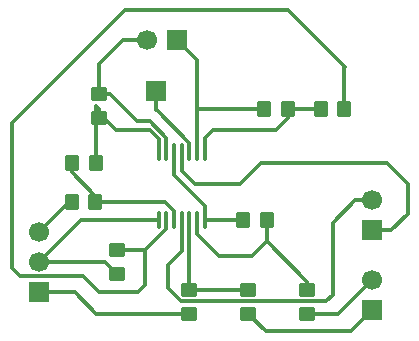
<source format=gbr>
%TF.GenerationSoftware,KiCad,Pcbnew,9.0.3*%
%TF.CreationDate,2025-09-11T10:37:05-04:00*%
%TF.ProjectId,lmv324_breakout,6c6d7633-3234-45f6-9272-65616b6f7574,rev?*%
%TF.SameCoordinates,Original*%
%TF.FileFunction,Copper,L1,Top*%
%TF.FilePolarity,Positive*%
%FSLAX46Y46*%
G04 Gerber Fmt 4.6, Leading zero omitted, Abs format (unit mm)*
G04 Created by KiCad (PCBNEW 9.0.3) date 2025-09-11 10:37:05*
%MOMM*%
%LPD*%
G01*
G04 APERTURE LIST*
G04 Aperture macros list*
%AMRoundRect*
0 Rectangle with rounded corners*
0 $1 Rounding radius*
0 $2 $3 $4 $5 $6 $7 $8 $9 X,Y pos of 4 corners*
0 Add a 4 corners polygon primitive as box body*
4,1,4,$2,$3,$4,$5,$6,$7,$8,$9,$2,$3,0*
0 Add four circle primitives for the rounded corners*
1,1,$1+$1,$2,$3*
1,1,$1+$1,$4,$5*
1,1,$1+$1,$6,$7*
1,1,$1+$1,$8,$9*
0 Add four rect primitives between the rounded corners*
20,1,$1+$1,$2,$3,$4,$5,0*
20,1,$1+$1,$4,$5,$6,$7,0*
20,1,$1+$1,$6,$7,$8,$9,0*
20,1,$1+$1,$8,$9,$2,$3,0*%
G04 Aperture macros list end*
%TA.AperFunction,ComponentPad*%
%ADD10R,1.700000X1.700000*%
%TD*%
%TA.AperFunction,ComponentPad*%
%ADD11C,1.700000*%
%TD*%
%TA.AperFunction,SMDPad,CuDef*%
%ADD12RoundRect,0.100000X-0.100000X0.637500X-0.100000X-0.637500X0.100000X-0.637500X0.100000X0.637500X0*%
%TD*%
%TA.AperFunction,SMDPad,CuDef*%
%ADD13RoundRect,0.250000X0.350000X0.450000X-0.350000X0.450000X-0.350000X-0.450000X0.350000X-0.450000X0*%
%TD*%
%TA.AperFunction,SMDPad,CuDef*%
%ADD14RoundRect,0.250000X-0.350000X-0.450000X0.350000X-0.450000X0.350000X0.450000X-0.350000X0.450000X0*%
%TD*%
%TA.AperFunction,SMDPad,CuDef*%
%ADD15RoundRect,0.250000X-0.450000X0.350000X-0.450000X-0.350000X0.450000X-0.350000X0.450000X0.350000X0*%
%TD*%
%TA.AperFunction,SMDPad,CuDef*%
%ADD16RoundRect,0.250000X0.450000X-0.350000X0.450000X0.350000X-0.450000X0.350000X-0.450000X-0.350000X0*%
%TD*%
%TA.AperFunction,Conductor*%
%ADD17C,0.300000*%
%TD*%
G04 APERTURE END LIST*
D10*
%TO.P,J6,1,Pin_1*%
%TO.N,/IN+*%
X92964000Y-88392000D03*
D11*
%TO.P,J6,2,Pin_2*%
%TO.N,/OUT*%
X92964000Y-85852000D03*
%TO.P,J6,3,Pin_3*%
%TO.N,/VREF*%
X92964000Y-83312000D03*
%TD*%
D10*
%TO.P,J1,1,Pin_1*%
%TO.N,+5V*%
X121158000Y-83173341D03*
D11*
%TO.P,J1,2,Pin_2*%
%TO.N,GND*%
X121158000Y-80633341D03*
%TD*%
D12*
%TO.P,U1,1*%
%TO.N,Net-(R5-Pad1)*%
X107024000Y-76571000D03*
%TO.P,U1,2,-*%
%TO.N,/RGain+*%
X106374000Y-76571000D03*
%TO.P,U1,3,+*%
%TO.N,/IN-*%
X105724000Y-76571000D03*
%TO.P,U1,4,V+*%
%TO.N,+5V*%
X105074000Y-76571000D03*
%TO.P,U1,5,+*%
%TO.N,/V_SENSOR_WITH_DC_OFFSET*%
X104424000Y-76571000D03*
%TO.P,U1,6,-*%
%TO.N,/RGain-*%
X103774000Y-76571000D03*
%TO.P,U1,7*%
%TO.N,Net-(R6-Pad2)*%
X103124000Y-76571000D03*
%TO.P,U1,8*%
%TO.N,/OUT*%
X103124000Y-82296000D03*
%TO.P,U1,9,-*%
%TO.N,Net-(U1C--)*%
X103774000Y-82296000D03*
%TO.P,U1,10,+*%
%TO.N,Net-(U1C-+)*%
X104424000Y-82296000D03*
%TO.P,U1,11,V-*%
%TO.N,GND*%
X105074000Y-82296000D03*
%TO.P,U1,12,+*%
%TO.N,Net-(U1D-+)*%
X105724000Y-82296000D03*
%TO.P,U1,13,-*%
%TO.N,Net-(U1D--)*%
X106374000Y-82296000D03*
%TO.P,U1,14*%
%TO.N,/V_SENSOR_WITH_DC_OFFSET*%
X107024000Y-82296000D03*
%TD*%
D13*
%TO.P,R10,1*%
%TO.N,Net-(U1C-+)*%
X97758000Y-80772000D03*
%TO.P,R10,2*%
%TO.N,/VREF*%
X95758000Y-80772000D03*
%TD*%
D10*
%TO.P,J4,1,Pin_1*%
%TO.N,/RGain+*%
X104648000Y-67056000D03*
D11*
%TO.P,J4,2,Pin_2*%
%TO.N,/RGain-*%
X102108000Y-67056000D03*
%TD*%
D14*
%TO.P,R7,1*%
%TO.N,Net-(R5-Pad1)*%
X116840000Y-72898000D03*
%TO.P,R7,2*%
%TO.N,Net-(U1C--)*%
X118840000Y-72898000D03*
%TD*%
D10*
%TO.P,J2,1,Pin_1*%
%TO.N,/V_{offset+}*%
X121158000Y-89916000D03*
D11*
%TO.P,J2,2,Pin_2*%
%TO.N,/V_{offset-}*%
X121158000Y-87376000D03*
%TD*%
D13*
%TO.P,R8,1*%
%TO.N,Net-(R6-Pad2)*%
X97790000Y-77470000D03*
%TO.P,R8,2*%
%TO.N,Net-(U1C-+)*%
X95790000Y-77470000D03*
%TD*%
D15*
%TO.P,R6,1*%
%TO.N,/RGain-*%
X98044000Y-71644000D03*
%TO.P,R6,2*%
%TO.N,Net-(R6-Pad2)*%
X98044000Y-73644000D03*
%TD*%
D13*
%TO.P,R4,1*%
%TO.N,Net-(U1D--)*%
X112252000Y-82296000D03*
%TO.P,R4,2*%
%TO.N,/V_SENSOR_WITH_DC_OFFSET*%
X110252000Y-82296000D03*
%TD*%
D16*
%TO.P,R2,1*%
%TO.N,/V_{offset+}*%
X110714000Y-90227000D03*
%TO.P,R2,2*%
%TO.N,Net-(U1D-+)*%
X110714000Y-88227000D03*
%TD*%
D10*
%TO.P,J5,1,Pin_1*%
%TO.N,/IN-*%
X102870000Y-71374000D03*
%TD*%
D16*
%TO.P,R3,1*%
%TO.N,/V_{offset-}*%
X115714000Y-90227000D03*
%TO.P,R3,2*%
%TO.N,Net-(U1D--)*%
X115714000Y-88227000D03*
%TD*%
D15*
%TO.P,R9,1*%
%TO.N,Net-(U1C--)*%
X99568000Y-84852000D03*
%TO.P,R9,2*%
%TO.N,/OUT*%
X99568000Y-86852000D03*
%TD*%
D13*
%TO.P,R5,1*%
%TO.N,Net-(R5-Pad1)*%
X114046000Y-72898000D03*
%TO.P,R5,2*%
%TO.N,/RGain+*%
X112046000Y-72898000D03*
%TD*%
D16*
%TO.P,R1,1*%
%TO.N,/IN+*%
X105714000Y-90227000D03*
%TO.P,R1,2*%
%TO.N,Net-(U1D-+)*%
X105714000Y-88227000D03*
%TD*%
D17*
%TO.N,Net-(U1C--)*%
X118872000Y-69342000D02*
X118840000Y-69374000D01*
X114046000Y-64516000D02*
X118872000Y-69342000D01*
X100224101Y-64516000D02*
X114046000Y-64516000D01*
X96705000Y-87053000D02*
X91371000Y-87053000D01*
X90678000Y-86360000D02*
X90678000Y-74062101D01*
X101346000Y-88392000D02*
X98044000Y-88392000D01*
X118840000Y-69374000D02*
X118840000Y-72898000D01*
X90678000Y-74062101D02*
X100224101Y-64516000D01*
X101955499Y-87782501D02*
X101346000Y-88392000D01*
X98044000Y-88392000D02*
X96705000Y-87053000D01*
X91371000Y-87053000D02*
X90678000Y-86360000D01*
X101955499Y-84852000D02*
X101955499Y-87782501D01*
%TO.N,/VREF*%
X92964000Y-83312000D02*
X95504000Y-80772000D01*
X95504000Y-80772000D02*
X95758000Y-80772000D01*
%TO.N,/OUT*%
X98568000Y-85852000D02*
X92964000Y-85852000D01*
X99568000Y-86852000D02*
X98568000Y-85852000D01*
X96520000Y-82296000D02*
X103124000Y-82296000D01*
%TO.N,/IN+*%
X97847000Y-90227000D02*
X105714000Y-90227000D01*
X96012000Y-88392000D02*
X97847000Y-90227000D01*
%TO.N,/OUT*%
X92964000Y-85852000D02*
X96520000Y-82296000D01*
%TO.N,/IN+*%
X92964000Y-88392000D02*
X96012000Y-88392000D01*
%TO.N,/V_{offset+}*%
X112181000Y-91694000D02*
X110714000Y-90227000D01*
X119380000Y-91694000D02*
X112181000Y-91694000D01*
X121158000Y-89916000D02*
X119380000Y-91694000D01*
%TO.N,/V_{offset-}*%
X118307000Y-90227000D02*
X115714000Y-90227000D01*
X121158000Y-87376000D02*
X118307000Y-90227000D01*
%TO.N,/V_SENSOR_WITH_DC_OFFSET*%
X104424000Y-78516000D02*
X104424000Y-76571000D01*
X107024000Y-81116000D02*
X104424000Y-78516000D01*
X107024000Y-82296000D02*
X107024000Y-81116000D01*
%TO.N,+5V*%
X105074000Y-78150000D02*
X105074000Y-76571000D01*
X111760000Y-77470000D02*
X109982000Y-79248000D01*
X122428000Y-77470000D02*
X111760000Y-77470000D01*
X124206000Y-79248000D02*
X122428000Y-77470000D01*
X124206000Y-81788000D02*
X124206000Y-79248000D01*
X109982000Y-79248000D02*
X106172000Y-79248000D01*
X122820659Y-83173341D02*
X124206000Y-81788000D01*
X106172000Y-79248000D02*
X105074000Y-78150000D01*
X121158000Y-83173341D02*
X122820659Y-83173341D01*
%TO.N,GND*%
X105074000Y-84918000D02*
X105074000Y-82296000D01*
X103886000Y-88055870D02*
X103886000Y-86106000D01*
X117324000Y-89178000D02*
X105008130Y-89178000D01*
X105008130Y-89178000D02*
X103886000Y-88055870D01*
X117856000Y-88646000D02*
X117324000Y-89178000D01*
X119772659Y-80633341D02*
X117856000Y-82550000D01*
X117856000Y-82550000D02*
X117856000Y-88646000D01*
X121271320Y-80633341D02*
X119772659Y-80633341D01*
X103886000Y-86106000D02*
X105074000Y-84918000D01*
%TO.N,Net-(U1D--)*%
X115714000Y-87552000D02*
X112252000Y-84090000D01*
X115714000Y-88227000D02*
X115714000Y-87552000D01*
X108204000Y-85344000D02*
X106374000Y-83514000D01*
X110998000Y-85344000D02*
X108204000Y-85344000D01*
X112252000Y-84090000D02*
X110998000Y-85344000D01*
X112252000Y-82296000D02*
X112252000Y-84090000D01*
X106374000Y-83514000D02*
X106374000Y-82296000D01*
%TO.N,Net-(U1D-+)*%
X105714000Y-82306000D02*
X105724000Y-82296000D01*
X105714000Y-88227000D02*
X105714000Y-82306000D01*
%TO.N,/V_SENSOR_WITH_DC_OFFSET*%
X107024000Y-82296000D02*
X110252000Y-82296000D01*
%TO.N,Net-(U1C--)*%
X103774000Y-83033499D02*
X103774000Y-82296000D01*
X99568000Y-84852000D02*
X101955499Y-84852000D01*
X101955499Y-84852000D02*
X103774000Y-83033499D01*
%TO.N,/RGain-*%
X98044000Y-69088000D02*
X98044000Y-71644000D01*
X100076000Y-67056000D02*
X98044000Y-69088000D01*
X102108000Y-67056000D02*
X100076000Y-67056000D01*
%TO.N,/RGain+*%
X106374000Y-68782000D02*
X104648000Y-67056000D01*
X106374000Y-72898000D02*
X106374000Y-68782000D01*
%TO.N,/IN-*%
X105724000Y-75752000D02*
X105724000Y-76571000D01*
X102972000Y-73000000D02*
X105724000Y-75752000D01*
X102870000Y-71374000D02*
X102920000Y-71424000D01*
X102920000Y-71424000D02*
X102920000Y-73000000D01*
X102920000Y-73000000D02*
X102972000Y-73000000D01*
%TO.N,/RGain-*%
X98044000Y-71644000D02*
X99024000Y-71644000D01*
X100685000Y-73305000D02*
X101294000Y-73914000D01*
X99024000Y-71644000D02*
X100685000Y-73305000D01*
%TO.N,Net-(R6-Pad2)*%
X97840000Y-72644000D02*
X98044000Y-72848000D01*
X98044000Y-72848000D02*
X98044000Y-73644000D01*
%TO.N,Net-(U1C-+)*%
X104424000Y-81558501D02*
X104424000Y-82296000D01*
X103637499Y-80772000D02*
X104424000Y-81558501D01*
X97758000Y-80772000D02*
X103637499Y-80772000D01*
X95790000Y-78264000D02*
X95790000Y-77470000D01*
X97758000Y-80232000D02*
X95790000Y-78264000D01*
X97758000Y-80772000D02*
X97758000Y-80232000D01*
%TO.N,Net-(R6-Pad2)*%
X97790000Y-72694000D02*
X97840000Y-72644000D01*
X97790000Y-77470000D02*
X97790000Y-72694000D01*
%TO.N,Net-(R5-Pad1)*%
X107024000Y-75348000D02*
X107024000Y-76571000D01*
X107696000Y-74676000D02*
X107024000Y-75348000D01*
X114046000Y-73660000D02*
X113030000Y-74676000D01*
X113030000Y-74676000D02*
X107696000Y-74676000D01*
X114046000Y-72898000D02*
X114046000Y-73660000D01*
X114046000Y-72898000D02*
X116840000Y-72898000D01*
%TO.N,/RGain+*%
X106374000Y-76571000D02*
X106374000Y-72898000D01*
X112046000Y-72898000D02*
X106374000Y-72898000D01*
%TO.N,/RGain-*%
X103774000Y-75326000D02*
X103774000Y-76571000D01*
X102362000Y-73914000D02*
X103774000Y-75326000D01*
X101294000Y-73914000D02*
X102362000Y-73914000D01*
%TO.N,Net-(R6-Pad2)*%
X99516000Y-74676000D02*
X97840000Y-73000000D01*
X102362000Y-74676000D02*
X99516000Y-74676000D01*
X103124000Y-76571000D02*
X103124000Y-75438000D01*
X103124000Y-75438000D02*
X102362000Y-74676000D01*
%TO.N,Net-(U1D-+)*%
X105714000Y-88227000D02*
X110714000Y-88227000D01*
%TO.N,Net-(R6-Pad2)*%
X97840000Y-73000000D02*
X97840000Y-72644000D01*
%TD*%
M02*

</source>
